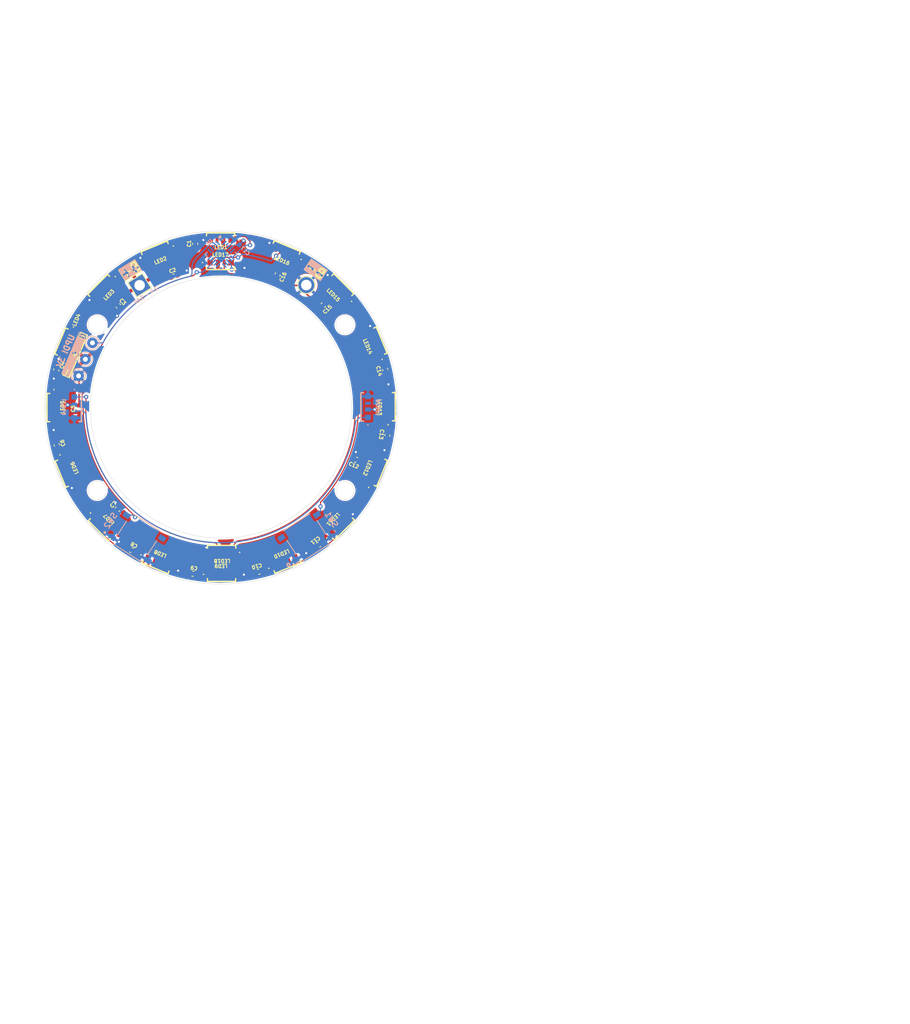
<source format=kicad_pcb>
(kicad_pcb (version 20240108) (generator "pcbnew") (generator_version "8.0")
  (layers (0 "F.Cu" signal) (31 "B.Cu" signal) (34 "B.Paste" user) (35 "F.Paste" user) (36 "B.SilkS" user "B.Silkscreen") (37 "F.SilkS" user "F.Silkscreen") (38 "B.Mask" user) (39 "F.Mask" user) (44 "Edge.Cuts" user))
  (net 0 "")
  (net 1 "GND")
  (net 2 "vReg")
  (net 3 "unconnected-(U1-PA6-Pad7)")
  (net 4 "BTN1")
  (net 5 "BTN2")
  (net 9 "Net-(LED1-DOUT)")
  (net 10 "LEDDAT")
  (net 11 "Net-(LED2-DOUT)")
  (net 12 "Net-(LED3-DOUT)")
  (net 13 "Net-(LED4-DOUT)")
  (net 14 "Net-(LED5-DOUT)")
  (net 15 "Net-(LED6-DOUT)")
  (net 16 "Net-(LED7-DOUT)")
  (net 17 "Net-(LED8-DOUT)")
  (net 18 "Net-(LED10-DIN)")
  (net 19 "Net-(LED10-DOUT)")
  (net 20 "Net-(LED11-DOUT)")
  (net 21 "Net-(LED12-DOUT)")
  (net 22 "Net-(LED13-DOUT)")
  (net 23 "Net-(LED14-DOUT)")
  (net 24 "Net-(LED15-DOUT)")
  (net 25 "Net-(LED16-DOUT)")
  (net 26 "Net-(LED17-DOUT)")
  (net 27 "Net-(LED18-DOUT)")
  (net 28 "Net-(LED19-DOUT)")
  (net 29 "UPDI")
  (footprint "SamacSys:4691" (layer "F.Cu") (at 167.182535 123.989686 45)
    (property "Reference" "LED11")
    (property "Value" "4691" (hide yes))
  )
  (footprint "Capacitor_SMD:C_0402_1005Metric" (layer "F.Cu") (at 158.416346 88.501566 -114)
    (property "Reference" "C16")
    (property "Value" "0.1uF" (hide yes))
  )
  (footprint "Capacitor_SMD:C_0402_1005Metric" (layer "F.Cu") (at 146.726347 84.171564 90)
    (property "Reference" "C1")
    (property "Value" "0.1uF" (hide yes))
  )
  (footprint "Capacitor_SMD:C_0402_1005Metric" (layer "F.Cu") (at 155.732519 130.590664 -165)
    (property "Reference" "C10")
    (property "Value" "0.1uF" (hide yes))
  )
  (footprint "SamacSys:4691" (layer "F.Cu") (at 159.396861 85.408094 157.5)
    (property "Reference" "LED16")
    (property "Value" "4691" (hide yes))
  )
  (footprint "SamacSys:4691" (layer "F.Cu") (at 126.731566 107.365654 -90)
    (property "Reference" "LED5")
    (property "Value" "4691" (hide yes))
  )
  (footprint "Capacitor_SMD:C_0402_1005Metric" (layer "F.Cu") (at 135.836346 92.961566 -45)
    (property "Reference" "C3")
    (property "Value" "0.1uF" (hide yes))
  )
  (footprint "SamacSys:4691" (layer "F.Cu") (at 174.068434 107.234346 90)
    (property "Reference" "LED13")
    (property "Value" "4691" (hide yes))
  )
  (footprint "Capacitor_SMD:C_0402_1005Metric" (layer "F.Cu") (at 173.656346 101.971566 -76)
    (property "Reference" "C14")
    (property "Value" "0.1uF" (hide yes))
  )
  (footprint "Capacitor_SMD:C_0402_1005Metric" (layer "F.Cu") (at 127.046346 102.021566 -102)
    (property "Reference" "C4")
    (property "Value" "0.1uF" (hide yes))
  )
  (footprint "SamacSys:4691" (layer "F.Cu") (at 141.281826 85.458343 -157.5)
    (property "Reference" "LED2")
    (property "Value" "4691" (hide yes))
  )
  (footprint "Capacitor_SMD:C_0402_1005Metric" (layer "F.Cu") (at 164.239556 126.777101 -144)
    (property "Reference" "C11")
    (property "Value" "0.1uF" (hide yes))
  )
  (footprint "SamacSys:4691" (layer "F.Cu") (at 172.241657 98.181826 112.5)
    (property "Reference" "LED14")
    (property "Value" "4691" (hide yes))
  )
  (footprint "Capacitor_SMD:C_0402_1005Metric" (layer "F.Cu") (at 135.726346 121.761566 45)
    (property "Reference" "C7")
    (property "Value" "0.1uF" (hide yes))
  )
  (footprint "SamacSys:4691" (layer "F.Cu") (at 150.465654 130.968434)
    (property "Reference" "LED9")
    (property "Value" "4691" (hide yes))
  )
  (footprint "SamacSys:4691" (layer "F.Cu") (at 150.328346 86.821566)
    (property "Reference" "LED17")
    (property "Value" "4691" (hide yes))
  )
  (footprint "Capacitor_SMD:C_0402_1005Metric" (layer "F.Cu") (at 130.276345 107.541568 90)
    (property "Reference" "C5")
    (property "Value" "0.1uF" (hide yes))
  )
  (footprint "TestPoint:TestPoint_THTPad_D2.0mm_Drill1.0mm" (layer "F.Cu") (at 162.476346 90.011566)
    (property "Reference" "J2" (hide yes))
    (property "Value" "Conn_01x01")
  )
  (footprint "TestPoint:TestPoint_THTPad_2.0x2.0mm_Drill1.0mm" (layer "F.Cu") (at 138.856346 90.041567 32)
    (property "Reference" "J1" (hide yes))
    (property "Value" "Conn_01x01")
  )
  (footprint "Capacitor_SMD:C_0402_1005Metric" (layer "F.Cu") (at 127.109336 112.632519 104)
    (property "Reference" "C6")
    (property "Value" "0.1uF" (hide yes))
  )
  (footprint "SamacSys:4691" (layer "F.Cu") (at 133.617465 90.610314 -135)
    (property "Reference" "LED3")
    (property "Value" "4691" (hide yes))
  )
  (footprint "SamacSys:4691" (layer "F.Cu") (at 141.403139 129.191906 -22.5)
    (property "Reference" "LED8")
    (property "Value" "4691" (hide yes))
  )
  (footprint "Capacitor_SMD:C_0402_1005Metric" (layer "F.Cu") (at 137.701674 127.539646 150)
    (property "Reference" "C8")
    (property "Value" "0.1uF" (hide yes))
  )
  (footprint "SamacSys:4691" (layer "F.Cu") (at 159.518174 129.141657 22.5)
    (property "Reference" "LED10")
    (property "Value" "4691" (hide yes))
  )
  (footprint "Capacitor_SMD:C_0402_1005Metric" (layer "F.Cu") (at 169.546346 114.751566 158)
    (property "Reference" "C12")
    (property "Value" "0.1uF" (hide yes))
  )
  (footprint "SamacSys:4691" (layer "F.Cu") (at 167.089686 90.517465 135)
    (property "Reference" "LED15")
    (property "Value" "4691" (hide yes))
  )
  (footprint "Capacitor_SMD:C_0402_1005Metric" (layer "F.Cu") (at 173.958434 111.286346 -98)
    (property "Reference" "C13")
    (property "Value" "0.1uF" (hide yes))
  )
  (footprint "SamacSys:4691" (layer "F.Cu") (at 150.334346 83.631566 180)
    (property "Reference" "LED1")
    (property "Value" "4691" (hide yes))
  )
  (footprint "SamacSys:4691" (layer "F.Cu") (at 150.484346 127.861566 180)
    (property "Reference" "LED18")
    (property "Value" "4691" (hide yes))
  )
  (footprint "Capacitor_SMD:C_0402_1005Metric" (layer "F.Cu") (at 146.406346 130.881566 171)
    (property "Reference" "C9")
    (property "Value" "0.1uF" (hide yes))
  )
  (footprint "SamacSys:4691" (layer "F.Cu") (at 133.710314 124.082535 -45)
    (property "Reference" "LED7")
    (property "Value" "4691" (hide yes))
  )
  (footprint "Capacitor_SMD:C_0402_1005Metric" (layer "F.Cu") (at 143.776346 88.781566 19)
    (property "Reference" "C2")
    (property "Value" "0.1uF" (hide yes))
  )
  (footprint "SamacSys:4691" (layer "F.Cu") (at 128.558343 116.418174 -67.5)
    (property "Reference" "LED6")
    (property "Value" "4691" (hide yes))
  )
  (footprint "SamacSys:4691" (layer "F.Cu") (at 172.291906 116.296861 67.5)
    (property "Reference" "LED12")
    (property "Value" "4691" (hide yes))
  )
  (footprint "SamacSys:4691" (layer "F.Cu") (at 128.508094 98.303139 -112.5)
    (property "Reference" "LED4")
    (property "Value" "4691" (hide yes))
  )
  (footprint "Capacitor_SMD:C_0402_1005Metric" (layer "F.Cu") (at 164.886346 92.841566 -135)
    (property "Reference" "C15")
    (property "Value" "0.1uF" (hide yes))
  )
  (footprint "Package_DFN_QFN:VQFN-20-1EP_3x3mm_P0.4mm_EP1.7x1.7mm" (layer "B.Cu") (at 150.397336 85.651185 -135)
    (property "Reference" "U1")
    (property "Value" "ATtiny1616-M")
  )
  (footprint "SamacSys:SW_TS-1187A-B-A-B" (layer "B.Cu") (at 162.493556 125.730156 33)
    (property "Reference" "SW1")
    (property "Value" "TS-1187A-B-A-B")
  )
  (footprint "SamacSys:4691" (layer "B.Cu") (at 129.606346 107.333566 -90)
    (property "Reference" "LED19")
    (property "Value" "4691" (hide yes))
  )
  (footprint "TestPoint:TestPoint_THTPad_D1.5mm_Drill0.7mm" (layer "B.Cu") (at 130.216346 102.861566 90)
    (property "Reference" "TP3" (hide yes))
    (property "Value" "TestPoint")
  )
  (footprint "TestPoint:TestPoint_THTPad_D1.5mm_Drill0.7mm" (layer "B.Cu") (at 132.176346 98.191566 90)
    (property "Reference" "TP2" (hide yes))
    (property "Value" "TestPoint")
  )
  (footprint "SamacSys:4691" (layer "B.Cu") (at 171.206346 107.263566 90)
    (property "Reference" "LED20")
    (property "Value" "4691" (hide yes))
  )
  (footprint "Capacitor_SMD:C_0402_1005Metric" (layer "B.Cu") (at 152.646935 83.982155 -45)
    (property "Reference" "C17")
    (property "Value" "0.1uF")
  )
  (footprint "TestPoint:TestPoint_THTPad_D1.5mm_Drill0.7mm" (layer "B.Cu") (at 131.176346 100.521566 90)
    (property "Reference" "TP1" (hide yes))
    (property "Value" "TestPoint")
  )
  (footprint "SamacSys:SW_TS-1187A-B-A-B" (layer "B.Cu") (at 138.506346 125.791566 -33)
    (property "Reference" "SW2")
    (property "Value" "TS-1187A-B-A-B")
  )
  (gr_arc (start 152.436346 88.001566) (mid 168.629672 100.554313) (end 164.593107 120.641657) (stroke (width 0.15)) (layer "F.Cu") (net 4))
  (gr_arc (start 131.769923 123.387677) (mid 129.681 120.591819) (end 128.00787 117.528967) (stroke (width 0.15)) (layer "F.Cu") (net 15))
  (gr_arc (start 173.888434 111.846346) (mid 173.546332 113.386275) (end 173.097967 114.898684) (stroke (width 0.2)) (layer "F.Cu") (net 1))
  (gr_arc (start 137.211089 127.260672) (mid 135.919297 126.355306) (end 134.693595 125.362296) (stroke (width 0.2)) (layer "F.Cu") (net 1))
  (gr_arc (start 155.188358 130.740295) (mid 153.634733 131.013539) (end 152.065867 131.178078) (stroke (width 0.2)) (layer "F.Cu") (net 1))
  (gr_arc (start 128.407502 96.244541) (mid 130.191142 93.244699) (end 132.380569 90.526825) (stroke (width 0.15)) (layer "F.Cu") (net 12))
  (gr_arc (start 142.666346 83.931566) (mid 146.048779 83.071581) (end 149.518764 82.697913) (stroke (width 0.15)) (layer "F.Cu") (net 9))
  (gr_arc (start 162.555386 91.342826) (mid 163.611212 92.202402) (end 164.606345 93.131567) (stroke (width 0.2)) (layer "F.Cu") (net 1))
  (gr_arc (start 148.602252 131.849159) (mid 145.14819 131.34928) (end 141.799345 130.366599) (stroke (width 0.15)) (layer "F.Cu") (net 17))
  (gr_arc (start 169.030077 91.212323) (mid 171.119 94.008181) (end 172.79213 97.071033) (stroke (width 0.15)) (layer "F.Cu") (net 23))
  (gr_arc (start 131.504975 104.713022) (mid 136.446463 94.330306) (end 146.456346 88.671566) (stroke (width 0.15)) (layer "F.Cu") (net 5))
  (gr_arc (start 161.455459 85.307502) (mid 164.455301 87.091142) (end 167.173175 89.280569) (stroke (width 0.15)) (layer "F.Cu") (net 24))
  (gr_arc (start 151.556346 88.371566) (mid 169.421473 106.764129) (end 152.726368 126.224926) (stroke (width 0.15)) (layer "F.Cu") (net 26))
  (gr_arc (start 158.133654 130.668434) (mid 154.751221 131.528419) (end 151.281236 131.902087) (stroke (width 0.15)) (layer "F.Cu") (net 18))
  (gr_line (start 144.246346 88.601566) (end 145.526346 88.221566) (stroke (width 0.2)) (layer "F.Cu") (net 1))
  (gr_arc (start 149.572448 126.484309) (mid 136.042034 120.049426) (end 131.286347 105.841566) (stroke (width 0.15)) (layer "F.Cu") (net 27))
  (gr_arc (start 158.282065 88.951584) (mid 159.411653 89.476924) (end 160.506346 90.071567) (stroke (width 0.2)) (layer "F.Cu") (net 1))
  (gr_arc (start 134.312323 88.669923) (mid 137.108181 86.581) (end 140.171033 84.90787) (stroke (width 0.15)) (layer "F.Cu") (net 11))
  (gr_arc (start 139.344541 129.292498) (mid 136.344699 127.508858) (end 133.626825 125.319431) (stroke (width 0.15)) (layer "F.Cu") (net 16))
  (gr_arc (start 125.850841 105.502252) (mid 126.35072 102.04819) (end 127.333401 98.699345) (stroke (width 0.15)) (layer "F.Cu") (net 13))
  (gr_arc (start 166.487677 125.930077) (mid 163.691819 128.019) (end 160.628967 129.69213) (stroke (width 0.15)) (layer "F.Cu") (net 19))
  (gr_arc (start 163.794078 127.123583) (mid 162.463282 127.970575) (end 161.076805 128.722968) (stroke (width 0.2)) (layer "F.Cu") (net 1))
  (gr_arc (start 145.853654 130.788434) (mid 144.313725 130.446332) (end 142.801316 129.997967) (stroke (width 0.2)) (layer "F.Cu") (net 1))
  (gr_arc (start 136.326347 120.881565) (mid 132.155183 114.297828) (end 130.888908 106.607525) (stroke (width 0.15)) (layer "F.Cu") (net 5))
  (gr_arc (start 173.768434 99.566346) (mid 174.628419 102.948779) (end 175.002087 106.418764) (stroke (width 0.15)) (layer "F.Cu") (net 22))
  (gr_line (start 160.506346 90.071567) (end 161.366346 90.071566) (stroke (width 0.2)) (layer "F.Cu") (net 1))
  (gr_arc (start 127.031566 115.033654) (mid 126.171581 111.651221) (end 125.797913 108.181236) (stroke (width 0.15)) (layer "F.Cu") (net 14))
  (gr_arc (start 126.959705 112.088358) (mid 126.686461 110.534733) (end 126.521922 108.965867) (stroke (width 0.2)) (layer "F.Cu") (net 1))
  (gr_line (start 145.526346 88.221566) (end 145.506346 87.941566) (stroke (width 0.2)) (layer "F.Cu") (net 1))
  (gr_arc (start 174.949159 109.097748) (mid 174.44928 112.55181) (end 173.466599 115.900655) (stroke (width 0.15)) (layer "F.Cu") (net 21))
  (gr_arc (start 172.392498 118.355459) (mid 170.608858 121.355301) (end 168.419431 124.073175) (stroke (width 0.15)) (layer "F.Cu") (net 20))
  (gr_arc (start 173.840295 102.511642) (mid 174.113539 104.065267) (end 174.278078 105.634133) (stroke (width 0.2)) (layer "F.Cu") (net 1))
  (gr_arc (start 169.463212 109.337027) (mid 149.862026 126.485932) (end 131.266346 108.251566) (stroke (width 0.15)) (layer "B.Cu") (net 28))
  (gr_arc (start 153.366346 85.631567) (mid 155.443174 86.021391) (end 157.472807 86.60941) (stroke (width 0.15)) (layer "B.Cu") (net 25))
  (gr_arc (start 133.675538 98.181123) (mid 138.842796 92.171927) (end 146.006346 88.781566) (stroke (width 0.15)) (layer "B.Cu") (net 29))
  (gr_circle (center 167.956346 95.641566) (end 169.256346 95.641566) (stroke (width 0.05)) (fill none) (layer "Edge.Cuts"))
  (gr_circle (center 150.406346 107.341566) (end 175.406346 107.341566) (stroke (width 0.05)) (fill none) (layer "Edge.Cuts"))
  (gr_circle (center 150.406346 107.341566) (end 150.416346 88.841566) (stroke (width 0.05)) (fill none) (layer "Edge.Cuts"))
  (gr_circle (center 167.956346 119.091566) (end 169.256346 119.091566) (stroke (width 0.05)) (fill none) (layer "Edge.Cuts"))
  (gr_circle (center 132.856346 119.091566) (end 134.156346 119.091566) (stroke (width 0.05)) (fill none) (layer "Edge.Cuts"))
  (gr_circle (center 132.856346 95.641566) (end 134.156346 95.641566) (stroke (width 0.05)) (fill none) (layer "Edge.Cuts"))
  (gr_text "UPDI 3V" (at 128.816346 99.501566 67) (layer "B.SilkS") (effects (font (size 0.8 0.8) (thickness 0.2) (bold yes)) (justify bottom mirror)))
  (gr_text "B-" (at 164.706346 89.471566 325.5) (layer "B.SilkS" knockout) (effects (font (size 1.3 1.3) (thickness 0.3) (bold yes)) (justify left bottom mirror)))
  (gr_text "2.4 ~ 3.6V" (at 141.616346 90.581566 33.5) (layer "B.SilkS") (effects (font (size 0.5 0.5) (thickness 0.1)) (justify left bottom mirror)))
  (gr_text "B+" (at 139.306346 87.681566 32) (layer "B.SilkS" knockout) (effects (font (size 1.3 1.3) (thickness 0.26) (bold yes)) (justify left bottom mirror)))
  (gr_text "D   +   -" (at 130.026346 100.011566 67) (layer "B.SilkS" knockout) (effects (font (size 0.8 0.8) (thickness 0.2) (bold yes)) (justify bottom mirror)))
  (gr_text "B+" (at 136.586346 89.551566 32) (layer "F.SilkS" knockout) (effects (font (size 1.3 1.3) (thickness 0.26) (bold yes)) (justify left bottom)))
  (gr_text "-  +3V  D" (at 130.176346 100.131566 67) (layer "F.SilkS" knockout) (effects (font (size 0.8 0.8) (thickness 0.2) (bold yes)) (justify bottom)))
  (gr_text "B-" (at 161.976346 87.621566 325.5) (layer "F.SilkS" knockout) (effects (font (size 1.3 1.3) (thickness 0.3) (bold yes)) (justify left bottom)))
  (segment (start 131.746137 92.245347) (end 131.746137 92.132874) (width 0.18) (layer "F.Cu") (net 1))
  (segment (start 135.658857 93.819055) (end 136.175757 93.302155) (width 0.2) (layer "F.Cu") (net 1))
  (segment (start 139.778384 86.153779) (end 139.902474 86.029689) (width 0.2) (layer "F.Cu") (net 1))
  (segment (start 171.670311 95.961711) (end 171.670311 96.802474) (width 0.2) (layer "F.Cu") (net 1))
  (segment (start 127.936748 99.859281) (end 127.936748 99.682491) (width 0.2) (layer "F.Cu") (net 1))
  (segment (start 169.491681 113.651566) (end 169.491681 114.181376) (width 0.2) (layer "F.Cu") (net 1))
  (segment (start 126.702089 103.254486) (end 126.946551 103.010024) (width 0.2) (layer "F.Cu") (net 1))
  (segment (start 166.033976 89.127705) (end 165.49736 88.591089) (width 0.2) (layer "F.Cu") (net 1))
  (segment (start 171.515888 95.807288) (end 171.670311 95.961711) (width 0.2) (layer "F.Cu") (net 1))
  (segment (start 135.450829 120.809811) (end 136.094046 121.453028) (width 0.2) (layer "F.Cu") (net 1))
  (segment (start 132.561755 91.666024) (end 132.561755 91.715522) (width 0.15) (layer "F.Cu") (net 1))
  (segment (start 166.033976 89.461755) (end 166.033976 89.127705) (width 0.2) (layer "F.Cu") (net 1))
  (segment (start 129.258495 118.746923) (end 129.129689 118.618117) (width 0.2) (layer "F.Cu") (net 1))
  (segment (start 130.276344 107.06157) (end 130.276344 102.921564) (width 0.2) (layer "F.Cu") (net 1))
  (segment (start 147.886346 83.631566) (end 148.841346 83.631566) (width 0.2) (layer "F.Cu") (net 1))
  (segment (start 138.961506 86.153779) (end 139.778384 86.153779) (width 0.2) (layer "F.Cu") (net 1))
  (segment (start 127.358623 100.437406) (end 127.936748 99.859281) (width 0.2) (layer "F.Cu") (net 1))
  (segment (start 147.886346 83.631566) (end 146.786346 83.631566) (width 0.2) (layer "F.Cu") (net 1))
  (segment (start 148.991346 127.856566) (end 148.991346 127.861566) (width 0.18) (layer "F.Cu") (net 1))
  (segment (start 131.746137 92.132874) (end 132.144403 92.132874) (width 0.2) (layer "F.Cu") (net 1))
  (segment (start 168.584272 122.933976) (end 168.238245 122.933976) (width 0.2) (layer "F.Cu") (net 1))
  (segment (start 169.064126 122.454122) (end 168.584272 122.933976) (width 0.2) (layer "F.Cu") (net 1))
  (segment (start 136.175757 93.302155) (end 136.175757 93.300976) (width 0.2) (layer "F.Cu") (net 1))
  (segment (start 169.491681 114.181376) (end 169.1013 114.571757) (width 0.2) (layer "F.Cu") (net 1))
  (segment (start 148.306346 127.171566) (end 148.991346 127.856566) (width 0.18) (layer "F.Cu") (net 1))
  (segment (start 126.946551 103.010024) (end 126.946551 102.491076) (width 0.2) (layer "F.Cu") (net 1))
  (segment (start 162.406346 90.611566) (end 162.406346 89.991566) (width 0.2) (layer "F.Cu") (net 1))
  (segment (start 152.581346 87.581566) (end 153.716346 87.581566) (width 0.15) (layer "F.Cu") (net 1))
  (segment (start 162.556346 90.141566) (end 162.406346 89.991566) (width 0.2) (layer "F.Cu") (net 1))
  (segment (start 162.556346 91.341567) (end 162.556346 90.141566) (width 0.2) (layer "F.Cu") (net 1))
  (segment (start 132.144403 92.132874) (end 132.561755 91.715522) (width 0.2) (layer "F.Cu") (net 1))
  (segment (start 157.246346 84.065585) (end 158.017509 84.836748) (width 0.2) (layer "F.Cu") (net 1))
  (segment (start 151.821346 86.821566) (end 152.581346 87.581566) (width 0.15) (layer "F.Cu") (net 1))
  (segment (start 135.658857 94.349913) (end 135.658857 93.819055) (width 0.2) (layer "F.Cu") (net 1))
  (segment (start 146.786346 83.631566) (end 146.726346 83.691566) (width 0.2) (layer "F.Cu") (net 1))
  (segment (start 129.129689 118.618117) (end 129.129689 117.797526) (width 0.2) (layer "F.Cu") (net 1))
  (segment (start 157.246346 84.041566) (end 157.246346 84.065585) (width 0.2) (layer "F.Cu") (net 1))
  (via (at 169.491681 113.651566) (size 0.6) (drill 0.3) (layers "F.Cu" "B.Cu") (net 1))
  (via (at 162.463282 127.970575) (size 0.6) (drill 0.3) (layers "F.Cu" "B.Cu") (net 1))
  (via (at 126.686461 110.534733) (size 0.6) (drill 0.3) (layers "F.Cu" "B.Cu") (net 1))
  (via (at 127.358623 100.437406) (size 0.6) (drill 0.3) (layers "F.Cu" "B.Cu") (net 1))
  (via (at 153.634733 131.013539) (size 0.6) (drill 0.3) (layers "F.Cu" "B.Cu") (net 1))
  (via (at 147.886346 83.631566) (size 0.6) (drill 0.3) (layers "F.Cu" "B.Cu") (net 1))
  (via (at 148.306346 127.171566) (size 0.6) (drill 0.3) (layers "F.Cu" "B.Cu") (net 1))
  (via (at 165.49736 88.591089) (size 0.6) (drill 0.3) (layers "F.Cu" "B.Cu") (net 1))
  (via (at 153.716346 87.581566) (size 0.6) (drill 0.3) (layers "F.Cu" "B.Cu") (net 1))
  (via (at 135.919297 126.355306) (size 0.6) (drill 0.3) (layers "F.Cu" "B.Cu") (net 1))
  (via (at 157.246346 84.041566) (size 0.6) (drill 0.3) (layers "F.Cu" "B.Cu") (net 1))
  (via (at 144.313725 130.446332) (size 0.6) (drill 0.3) (layers "F.Cu" "B.Cu") (net 1))
  (via (at 173.546332 113.386275) (size 0.6) (drill 0.3) (layers "F.Cu" "B.Cu") (net 1))
  (via (at 131.746137 92.132874) (size 0.6) (drill 0.3) (layers "F.Cu" "B.Cu") (net 1))
  (via (at 138.961506 86.153779) (size 0.6) (drill 0.3) (layers "F.Cu" "B.Cu") (net 1))
  (via (at 171.515888 95.807288) (size 0.6) (drill 0.3) (layers "F.Cu" "B.Cu") (net 1))
  (via (at 129.258495 118.746923) (size 0.6) (drill 0.3) (layers "F.Cu" "B.Cu") (net 1))
  (via (at 126.702089 103.254486) (size 0.6) (drill 0.3) (layers "F.Cu" "B.Cu") (net 1))
  (via (at 169.064126 122.454122) (size 0.6) (drill 0.3) (layers "F.Cu" "B.Cu") (net 1))
  (via (at 135.658857 94.349913) (size 0.6) (drill 0.3) (layers "F.Cu" "B.Cu") (net 1))
  (via (at 135.450829 120.809811) (size 0.6) (drill 0.3) (layers "F.Cu" "B.Cu") (net 1))
  (via (at 145.516346 87.951566) (size 0.6) (drill 0.3) (layers "F.Cu" "B.Cu") (net 1))
  (via (at 174.113539 104.065267) (size 0.6) (drill 0.3) (layers "F.Cu" "B.Cu") (net 1))
  (segment (start 151.422641 84.62588) (end 152.307524 83.740997) (width 0.15) (layer "B.Cu") (net 1))
  (segment (start 152.307524 83.740997) (end 152.307524 83.642744) (width 0.15) (layer "B.Cu") (net 1))
  (via (at 172.156346 107.621566) (size 0.6) (drill 0.3) (layers "F.Cu" "B.Cu") (net 2))
  (via (at 153.576346 83.721566) (size 0.6) (drill 0.3) (layers "F.Cu" "B.Cu") (net 2))
  (via (at 128.666346 106.981566) (size 0.6) (drill 0.3) (layers "F.Cu" "B.Cu") (net 2))
  (segment (start 152.986346 84.311566) (end 153.576346 83.721566) (width 0.15) (layer "B.Cu") (net 2))
  (segment (start 131.176346 100.521566) (end 131.07984 100.42506) (width 0.15) (layer "B.Cu") (net 2))
  (segment (start 171.206346 107.630566) (end 172.147346 107.630566) (width 0.2) (layer "B.Cu") (net 2))
  (segment (start 152.986346 84.321566) (end 152.986346 84.311566) (width 0.15) (layer "B.Cu") (net 2))
  (segment (start 128.666346 106.981566) (end 129.591346 106.981566) (width 0.2) (layer "B.Cu") (net 2))
  (segment (start 151.705484 84.908723) (end 152.292641 84.321566) (width 0.15) (layer "B.Cu") (net 2))
  (segment (start 129.591346 106.981566) (end 129.606346 106.966566) (width 0.2) (layer "B.Cu") (net 2))
  (segment (start 152.706855 84.321566) (end 152.986346 84.321566) (width 0.15) (layer "B.Cu") (net 2))
  (segment (start 152.292641 84.321566) (end 152.986346 84.321566) (width 0.15) (layer "B.Cu") (net 2))
  (segment (start 172.147346 107.630566) (end 172.156346 107.621566) (width 0.2) (layer "B.Cu") (net 2))
  (segment (start 151.705484 86.393647) (end 151.710739 86.393647) (width 0.15) (layer "B.Cu") (net 3))
  (segment (start 164.486346 121.351566) (end 164.486346 120.74841) (width 0.15) (layer "F.Cu") (net 4))
  (segment (start 151.903309 87.818112) (end 152.252892 87.818112) (width 0.15) (layer "F.Cu") (net 4))
  (segment (start 152.252892 87.818112) (end 152.436346 88.001566) (width 0.15) (layer "F.Cu") (net 4))
  (segment (start 164.486346 120.74841) (end 164.593105 120.641651) (width 0.15) (layer "F.Cu") (net 4))
  (via (at 164.486346 121.351566) (size 0.6) (drill 0.3) (layers "F.Cu" "B.Cu") (net 4))
  (via (at 151.903309 87.818112) (size 0.6) (drill 0.3) (layers "F.Cu" "B.Cu") (net 4))
  (segment (start 151.903309 87.818112) (end 151.903309 87.571372) (width 0.15) (layer "B.Cu") (net 4))
  (segment (start 164.486346 121.351566) (end 164.486346 122.025755) (width 0.15) (layer "B.Cu") (net 4))
  (segment (start 151.610416 86.864265) (end 151.422641 86.67649) (width 0.15) (layer "B.Cu") (net 4))
  (segment (start 164.486346 122.025755) (end 163.988369 122.523732) (width 0.15) (layer "B.Cu") (net 4))
  (arc (start 151.610416 86.864265) (mid 151.827189 87.188688) (end 151.903309 87.571372) (width 0.15) (layer "B.Cu") (net 4))
  (segment (start 146.481346 88.671566) (end 146.951346 88.201566) (width 0.15) (layer "F.Cu") (net 5))
  (segment (start 131.504975 104.713022) (end 130.701346 105.516651) (width 0.15) (layer "F.Cu") (net 5))
  (segment (start 138.20286 122.758078) (end 136.326347 120.881565) (width 0.15) (layer "F.Cu") (net 5))
  (segment (start 138.20286 122.873317) (end 138.20286 122.758078) (width 0.15) (layer "F.Cu") (net 5))
  (segment (start 130.701346 106.419963) (end 130.888908 106.607525) (width 0.15) (layer "F.Cu") (net 5))
  (segment (start 146.456346 88.671566) (end 146.481346 88.671566) (width 0.15) (layer "F.Cu") (net 5))
  (segment (start 130.701346 105.516651) (end 130.701346 106.419963) (width 0.15) (layer "F.Cu") (net 5))
  (via (at 146.951346 88.201566) (size 0.6) (drill 0.3) (layers "F.Cu" "B.Cu") (net 5))
  (via (at 138.20286 122.873317) (size 0.6) (drill 0.3) (layers "F.Cu" "B.Cu") (net 5))
  (segment (start 137.914686 122.585143) (end 137.011532 122.585143) (width 0.15) (layer "B.Cu") (net 5))
  (segment (start 146.951346 88.201566) (end 147.432741 88.201566) (width 0.15) (layer "B.Cu") (net 5))
  (segment (start 148.139848 87.908673) (end 149.372031 86.67649) (width 0.15) (layer "B.Cu") (net 5))
  (segment (start 138.20286 122.873317) (end 137.914686 122.585143) (width 0.15) (layer "B.Cu") (net 5))
  (arc (start 147.432741 88.201566) (mid 147.815424 88.125446) (end 148.139848 87.908673) (width 0.15) (layer "B.Cu") (net 5))
  (segment (start 149.518764 82.697913) (end 149.831346 83.010495) (width 0.15) (layer "F.Cu") (net 9))
  (segment (start 142.478151 84.421613) (end 142.683806 83.925119) (width 0.15) (layer "F.Cu") (net 9))
  (segment (start 149.831346 83.010495) (end 149.831346 83.621566) (width 0.15) (layer "F.Cu") (net 9))
  (segment (start 142.665666 84.874314) (end 142.478151 84.421613) (width 0.15) (layer "F.Cu") (net 9))
  (segment (start 154.506346 83.838393) (end 153.814519 83.146566) (width 0.15) (layer "F.Cu") (net 10))
  (segment (start 153.814519 83.146566) (end 152.311346 83.146566) (width 0.15) (layer "F.Cu") (net 10))
  (segment (start 152.311346 83.146566) (end 151.826346 83.631566) (width 0.15) (layer "F.Cu") (net 10))
  (segment (start 154.506346 84.361566) (end 154.506346 83.838393) (width 0.15) (layer "F.Cu") (net 10))
  (via (at 154.506346 84.361566) (size 0.6) (drill 0.3) (layers "F.Cu" "B.Cu") (net 10))
  (segment (start 154.506346 84.361566) (end 154.151778 84.361566) (width 0.15) (layer "B.Cu") (net 10))
  (segment (start 153.444671 84.654459) (end 151.988326 86.110804) (width 0.15) (layer "B.Cu") (net 10))
  (arc (start 153.444671 84.654459) (mid 153.769094 84.437686) (end 154.151778 84.361566) (width 0.15) (layer "B.Cu") (net 10))
  (segment (start 134.325986 89.194686) (end 134.325986 88.657285) (width 0.15) (layer "F.Cu") (net 11))
  (segment (start 140.171033 84.90787) (end 140.579441 85.077038) (width 0.15) (layer "F.Cu") (net 11))
  (segment (start 140.579441 85.077038) (end 140.813288 85.641594) (width 0.15) (layer "F.Cu") (net 11))
  (segment (start 134.672469 89.541169) (end 134.325987 89.194687) (width 0.15) (layer "F.Cu") (net 11))
  (segment (start 132.380569 90.526825) (end 132.822627 90.526825) (width 0.15) (layer "F.Cu") (net 12))
  (segment (start 129.073645 96.911645) (end 128.620944 96.72413) (width 0.15) (layer "F.Cu") (net 12))
  (segment (start 128.620944 96.72413) (end 128.415289 96.227636) (width 0.15) (layer "F.Cu") (net 12))
  (segment (start 132.822627 90.526825) (end 133.254719 90.958917) (width 0.15) (layer "F.Cu") (net 12))
  (segment (start 126.231566 105.863654) (end 125.851566 105.483654) (width 0.15) (layer "F.Cu") (net 13))
  (segment (start 127.741809 98.530177) (end 128.306365 98.764024) (width 0.15) (layer "F.Cu") (net 13))
  (segment (start 127.333401 98.699345) (end 127.741809 98.530177) (width 0.15) (layer "F.Cu") (net 13))
  (segment (start 126.721566 105.863654) (end 126.231566 105.863654) (width 0.15) (layer "F.Cu") (net 13))
  (segment (start 125.797913 108.181236) (end 126.110495 107.868654) (width 0.15) (layer "F.Cu") (net 14))
  (segment (start 127.974314 115.034334) (end 127.521613 115.221849) (width 0.15) (layer "F.Cu") (net 14))
  (segment (start 126.110495 107.868654) (end 126.721566 107.868654) (width 0.15) (layer "F.Cu") (net 14))
  (segment (start 127.521613 115.221849) (end 127.025119 115.016194) (width 0.15) (layer "F.Cu") (net 14))
  (segment (start 128.177038 117.120559) (end 128.741594 116.886712) (width 0.15) (layer "F.Cu") (net 15))
  (segment (start 132.294686 123.374014) (end 131.757285 123.374014) (width 0.15) (layer "F.Cu") (net 15))
  (segment (start 132.641169 123.027531) (end 132.294687 123.374013) (width 0.15) (layer "F.Cu") (net 15))
  (segment (start 128.00787 117.528967) (end 128.177038 117.120559) (width 0.15) (layer "F.Cu") (net 15))
  (segment (start 139.82413 129.079056) (end 139.327636 129.284711) (width 0.15) (layer "F.Cu") (net 16))
  (segment (start 133.626825 125.319431) (end 133.626825 124.877373) (width 0.15) (layer "F.Cu") (net 16))
  (segment (start 140.011645 128.626355) (end 139.82413 129.079056) (width 0.15) (layer "F.Cu") (net 16))
  (segment (start 133.626825 124.877373) (end 134.058917 124.445281) (width 0.15) (layer "F.Cu") (net 16))
  (segment (start 148.963654 130.978434) (end 148.963654 131.468434) (width 0.15) (layer "F.Cu") (net 17))
  (segment (start 141.630177 129.958191) (end 141.864024 129.393635) (width 0.15) (layer "F.Cu") (net 17))
  (segment (start 148.963654 131.468434) (end 148.583654 131.848434) (width 0.15) (layer "F.Cu") (net 17))
  (segment (start 141.799345 130.366599) (end 141.630177 129.958191) (width 0.15) (layer "F.Cu") (net 17))
  (segment (start 151.281236 131.902087) (end 150.968654 131.589505) (width 0.15) (layer "F.Cu") (net 18))
  (segment (start 158.134334 129.725686) (end 158.321849 130.178387) (width 0.15) (layer "F.Cu") (net 18))
  (segment (start 158.321849 130.178387) (end 158.116194 130.674881) (width 0.15) (layer "F.Cu") (net 18))
  (segment (start 150.968654 131.589505) (end 150.968654 130.978434) (width 0.15) (layer "F.Cu") (net 18))
  (segment (start 166.127531 125.058831) (end 166.474013 125.405313) (width 0.15) (layer "F.Cu") (net 19))
  (segment (start 160.628967 129.69213) (end 160.220559 129.522962) (width 0.15) (layer "F.Cu") (net 19))
  (segment (start 166.474014 125.405314) (end 166.474014 125.942715) (width 0.15) (layer "F.Cu") (net 19))
  (segment (start 160.220559 129.522962) (end 159.986712 128.958406) (width 0.15) (layer "F.Cu") (net 19))
  (segment (start 172.179056 117.87587) (end 172.384711 118.372364) (width 0.15) (layer "F.Cu") (net 20))
  (segment (start 168.419431 124.073175) (end 167.977373 124.073175) (width 0.15) (layer "F.Cu") (net 20))
  (segment (start 167.977373 124.073175) (end 167.545281 123.641083) (width 0.15) (layer "F.Cu") (net 20))
  (segment (start 171.726355 117.688355) (end 172.179056 117.87587) (width 0.15) (layer "F.Cu") (net 20))
  (segment (start 174.078434 108.736346) (end 174.568434 108.736346) (width 0.15) (layer "F.Cu") (net 21))
  (segment (start 174.568434 108.736346) (end 174.948434 109.116346) (width 0.15) (layer "F.Cu") (net 21))
  (segment (start 173.058191 116.069823) (end 172.493635 115.835976) (width 0.15) (layer "F.Cu") (net 21))
  (segment (start 173.466599 115.900655) (end 173.058191 116.069823) (width 0.15) (layer "F.Cu") (net 21))
  (segment (start 174.689505 106.731346) (end 174.078434 106.731346) (width 0.15) (layer "F.Cu") (net 22))
  (segment (start 172.825686 99.565666) (end 173.278387 99.378151) (width 0.15) (layer "F.Cu") (net 22))
  (segment (start 175.002087 106.418764) (end 174.689505 106.731346) (width 0.15) (layer "F.Cu") (net 22))
  (segment (start 173.278387 99.378151) (end 173.774881 99.583806) (width 0.15) (layer "F.Cu") (net 22))
  (segment (start 168.505314 91.225986) (end 169.042715 91.225986) (width 0.15) (layer "F.Cu") (net 23))
  (segment (start 168.158831 91.572469) (end 168.505313 91.225987) (width 0.15) (layer "F.Cu") (net 23))
  (segment (start 172.79213 97.071033) (end 172.622962 97.479441) (width 0.15) (layer "F.Cu") (net 23))
  (segment (start 172.622962 97.479441) (end 172.058406 97.713288) (width 0.15) (layer "F.Cu") (net 23))
  (segment (start 167.173175 89.280569) (end 167.173175 89.722627) (width 0.15) (layer "F.Cu") (net 24))
  (segment (start 160.97587 85.520944) (end 161.472364 85.315289) (width 0.15) (layer "F.Cu") (net 24))
  (segment (start 160.788355 85.973645) (end 160.97587 85.520944) (width 0.15) (layer "F.Cu") (net 24))
  (segment (start 167.173175 89.722627) (end 166.741083 90.154719) (width 0.15) (layer "F.Cu") (net 24))
  (segment (start 152.813542 86.098762) (end 152.806346 86.091566) (width 0.15) (layer "F.Cu") (net 25))
  (segment (start 152.806346 86.091566) (end 149.566346 86.091566) (width 0.15) (layer "F.Cu") (net 25))
  (segment (start 158.202075 85.858355) (end 158.276333 85.858355) (width 0.15) (layer "F.Cu") (net 25))
  (segment (start 158.276333 85.858355) (end 158.922911 85.211777) (width 0.15) (layer "F.Cu") (net 25))
  (segment (start 149.566346 86.091566) (end 148.836346 86.821566) (width 0.15) (layer "F.Cu") (net 25))
  (via (at 158.202075 85.858355) (size 0.6) (drill 0.3) (layers "F.Cu" "B.Cu") (net 25))
  (via (at 152.813542 86.098762) (size 0.6) (drill 0.3) (layers "F.Cu" "B.Cu") (net 25))
  (segment (start 152.813542 86.098762) (end 152.899151 86.098762) (width 0.15) (layer "B.Cu") (net 25))
  (segment (start 158.202075 85.880142) (end 158.202075 85.858355) (width 0.15) (layer "B.Cu") (net 25))
  (segment (start 152.899151 86.098762) (end 153.366346 85.631567) (width 0.15) (layer "B.Cu") (net 25))
  (segment (start 157.472807 86.60941) (end 158.202075 85.880142) (width 0.15) (layer "B.Cu") (net 25))
  (segment (start 158.202075 85.858355) (end 158.363135 85.858355) (width 0.2) (layer "B.Cu") (net 25))
  (segment (start 152.727951 126.237874) (end 151.976346 126.989479) (width 0.15) (layer "F.Cu") (net 26))
  (segment (start 150.841346 87.656566) (end 151.556346 88.371566) (width 0.15) (layer "F.Cu") (net 26))
  (segment (start 151.976346 126.989479) (end 151.976346 127.861566) (width 0.15) (layer "F.Cu") (net 26))
  (segment (start 150.841346 86.821566) (end 150.841346 87.656566) (width 0.15) (layer "F.Cu") (net 26))
  (segment (start 149.971346 127.861566) (end 149.971346 126.883207) (width 0.15) (layer "F.Cu") (net 27))
  (segment (start 149.971346 126.883207) (end 149.572448 126.484309) (width 0.15) (layer "F.Cu") (net 27))
  (via (at 131.276346 105.841566) (size 0.6) (drill 0.3) (layers "F.Cu" "B.Cu") (net 27))
  (segment (start 131.276346 105.841566) (end 129.606346 105.841566) (width 0.15) (layer "B.Cu") (net 27))
  (segment (start 130.861346 107.846566) (end 129.606346 107.846566) (width 0.15) (layer "B.Cu") (net 28))
  (segment (start 169.463212 109.337027) (end 170.044673 108.755566) (width 0.15) (layer "B.Cu") (net 28))
  (segment (start 170.044673 108.755566) (end 171.206346 108.755566) (width 0.15) (layer "B.Cu") (net 28))
  (segment (start 131.266346 108.251566) (end 130.861346 107.846566) (width 0.15) (layer "B.Cu") (net 28))
  (segment (start 133.676347 98.181566) (end 133.666347 98.191566) (width 0.15) (layer "B.Cu") (net 29))
  (segment (start 133.666347 98.191566) (end 132.176346 98.191566) (width 0.15) (layer "B.Cu") (net 29))
  (segment (start 149.654874 84.343037) (end 149.328895 84.017058) (width 0.15) (layer "B.Cu") (net 29))
  (segment (start 146.276346 88.511566) (end 146.006346 88.781566) (width 0.15) (layer "B.Cu") (net 29))
  (segment (start 146.276346 87.581255) (end 146.276346 88.511566) (width 0.15) (layer "B.Cu") (net 29))
  (segment (start 149.328895 84.017058) (end 149.012116 84.017058) (width 0.15) (layer "B.Cu") (net 29))
  (segment (start 149.012116 84.017058) (end 146.862132 86.167042) (width 0.15) (layer "B.Cu") (net 29))
  (arc (start 146.862132 86.167042) (mid 146.428587 86.815888) (end 146.276346 87.581255) (width 0.15) (layer "B.Cu") (net 29))
  (zone (net 2) (net_name "vReg") (layer "F.Cu") (connect_pads (clearance 0.35)) (min_thickness 0.25) (fill yes (thermal_gap 0.5) (thermal_bridge_width 0.5) (island_removal_mode 1) (island_area_min 10))
    (polygon (pts (xy 180.556346 80.781566) (xy 180.296346 134.461566) (xy 119.216346 134.201566) (xy 119.606346 80.921566)))
  )
  (zone (net 1) (net_name "GND") (layer "B.Cu") (connect_pads (clearance 0.35)) (min_thickness 0.2) (fill yes (thermal_gap 0.4) (thermal_bridge_width 0.4) (island_removal_mode 1) (island_area_min 10))
    (polygon (pts (xy 180.696346 80.651566) (xy 180.556346 134.601566) (xy 119.076346 134.461566) (xy 119.216346 80.781566)))
  )
)
</source>
